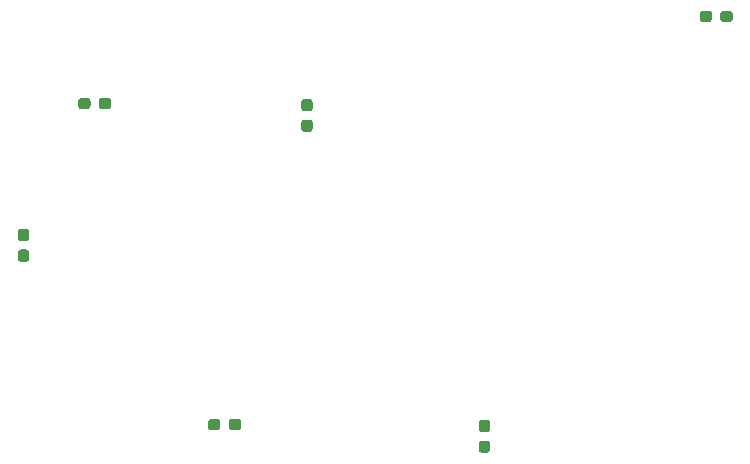
<source format=gbp>
G04 #@! TF.GenerationSoftware,KiCad,Pcbnew,5.1.6-c6e7f7d~87~ubuntu19.10.1*
G04 #@! TF.CreationDate,2023-03-13T14:52:07-06:00*
G04 #@! TF.ProjectId,twm,74776d2e-6b69-4636-9164-5f7063625858,rev?*
G04 #@! TF.SameCoordinates,Original*
G04 #@! TF.FileFunction,Paste,Bot*
G04 #@! TF.FilePolarity,Positive*
%FSLAX46Y46*%
G04 Gerber Fmt 4.6, Leading zero omitted, Abs format (unit mm)*
G04 Created by KiCad (PCBNEW 5.1.6-c6e7f7d~87~ubuntu19.10.1) date 2023-03-13 14:52:07*
%MOMM*%
%LPD*%
G01*
G04 APERTURE LIST*
G04 APERTURE END LIST*
G36*
G01*
X115350000Y-69187499D02*
X115350000Y-68712499D01*
G75*
G02*
X115587500Y-68474999I237500J0D01*
G01*
X116162500Y-68474999D01*
G75*
G02*
X116400000Y-68712499I0J-237500D01*
G01*
X116400000Y-69187499D01*
G75*
G02*
X116162500Y-69424999I-237500J0D01*
G01*
X115587500Y-69424999D01*
G75*
G02*
X115350000Y-69187499I0J237500D01*
G01*
G37*
G36*
G01*
X113600000Y-69187499D02*
X113600000Y-68712499D01*
G75*
G02*
X113837500Y-68474999I237500J0D01*
G01*
X114412500Y-68474999D01*
G75*
G02*
X114650000Y-68712499I0J-237500D01*
G01*
X114650000Y-69187499D01*
G75*
G02*
X114412500Y-69424999I-237500J0D01*
G01*
X113837500Y-69424999D01*
G75*
G02*
X113600000Y-69187499I0J237500D01*
G01*
G37*
G36*
G01*
X148237500Y-96775000D02*
X147762500Y-96775000D01*
G75*
G02*
X147525000Y-96537500I0J237500D01*
G01*
X147525000Y-95962500D01*
G75*
G02*
X147762500Y-95725000I237500J0D01*
G01*
X148237500Y-95725000D01*
G75*
G02*
X148475000Y-95962500I0J-237500D01*
G01*
X148475000Y-96537500D01*
G75*
G02*
X148237500Y-96775000I-237500J0D01*
G01*
G37*
G36*
G01*
X148237500Y-98525000D02*
X147762500Y-98525000D01*
G75*
G02*
X147525000Y-98287500I0J237500D01*
G01*
X147525000Y-97712500D01*
G75*
G02*
X147762500Y-97475000I237500J0D01*
G01*
X148237500Y-97475000D01*
G75*
G02*
X148475000Y-97712500I0J-237500D01*
G01*
X148475000Y-98287500D01*
G75*
G02*
X148237500Y-98525000I-237500J0D01*
G01*
G37*
G36*
G01*
X109212502Y-80599999D02*
X108737502Y-80599999D01*
G75*
G02*
X108500002Y-80362499I0J237500D01*
G01*
X108500002Y-79787499D01*
G75*
G02*
X108737502Y-79549999I237500J0D01*
G01*
X109212502Y-79549999D01*
G75*
G02*
X109450002Y-79787499I0J-237500D01*
G01*
X109450002Y-80362499D01*
G75*
G02*
X109212502Y-80599999I-237500J0D01*
G01*
G37*
G36*
G01*
X109212502Y-82349999D02*
X108737502Y-82349999D01*
G75*
G02*
X108500002Y-82112499I0J237500D01*
G01*
X108500002Y-81537499D01*
G75*
G02*
X108737502Y-81299999I237500J0D01*
G01*
X109212502Y-81299999D01*
G75*
G02*
X109450002Y-81537499I0J-237500D01*
G01*
X109450002Y-82112499D01*
G75*
G02*
X109212502Y-82349999I-237500J0D01*
G01*
G37*
G36*
G01*
X126350000Y-96362500D02*
X126350000Y-95887500D01*
G75*
G02*
X126587500Y-95650000I237500J0D01*
G01*
X127162500Y-95650000D01*
G75*
G02*
X127400000Y-95887500I0J-237500D01*
G01*
X127400000Y-96362500D01*
G75*
G02*
X127162500Y-96600000I-237500J0D01*
G01*
X126587500Y-96600000D01*
G75*
G02*
X126350000Y-96362500I0J237500D01*
G01*
G37*
G36*
G01*
X124600000Y-96362500D02*
X124600000Y-95887500D01*
G75*
G02*
X124837500Y-95650000I237500J0D01*
G01*
X125412500Y-95650000D01*
G75*
G02*
X125650000Y-95887500I0J-237500D01*
G01*
X125650000Y-96362500D01*
G75*
G02*
X125412500Y-96600000I-237500J0D01*
G01*
X124837500Y-96600000D01*
G75*
G02*
X124600000Y-96362500I0J237500D01*
G01*
G37*
G36*
G01*
X132737502Y-70299999D02*
X133212502Y-70299999D01*
G75*
G02*
X133450002Y-70537499I0J-237500D01*
G01*
X133450002Y-71112499D01*
G75*
G02*
X133212502Y-71349999I-237500J0D01*
G01*
X132737502Y-71349999D01*
G75*
G02*
X132500002Y-71112499I0J237500D01*
G01*
X132500002Y-70537499D01*
G75*
G02*
X132737502Y-70299999I237500J0D01*
G01*
G37*
G36*
G01*
X132737502Y-68549999D02*
X133212502Y-68549999D01*
G75*
G02*
X133450002Y-68787499I0J-237500D01*
G01*
X133450002Y-69362499D01*
G75*
G02*
X133212502Y-69599999I-237500J0D01*
G01*
X132737502Y-69599999D01*
G75*
G02*
X132500002Y-69362499I0J237500D01*
G01*
X132500002Y-68787499D01*
G75*
G02*
X132737502Y-68549999I237500J0D01*
G01*
G37*
G36*
G01*
X167270000Y-61332500D02*
X167270000Y-61807500D01*
G75*
G02*
X167032500Y-62045000I-237500J0D01*
G01*
X166457500Y-62045000D01*
G75*
G02*
X166220000Y-61807500I0J237500D01*
G01*
X166220000Y-61332500D01*
G75*
G02*
X166457500Y-61095000I237500J0D01*
G01*
X167032500Y-61095000D01*
G75*
G02*
X167270000Y-61332500I0J-237500D01*
G01*
G37*
G36*
G01*
X169020000Y-61332500D02*
X169020000Y-61807500D01*
G75*
G02*
X168782500Y-62045000I-237500J0D01*
G01*
X168207500Y-62045000D01*
G75*
G02*
X167970000Y-61807500I0J237500D01*
G01*
X167970000Y-61332500D01*
G75*
G02*
X168207500Y-61095000I237500J0D01*
G01*
X168782500Y-61095000D01*
G75*
G02*
X169020000Y-61332500I0J-237500D01*
G01*
G37*
M02*

</source>
